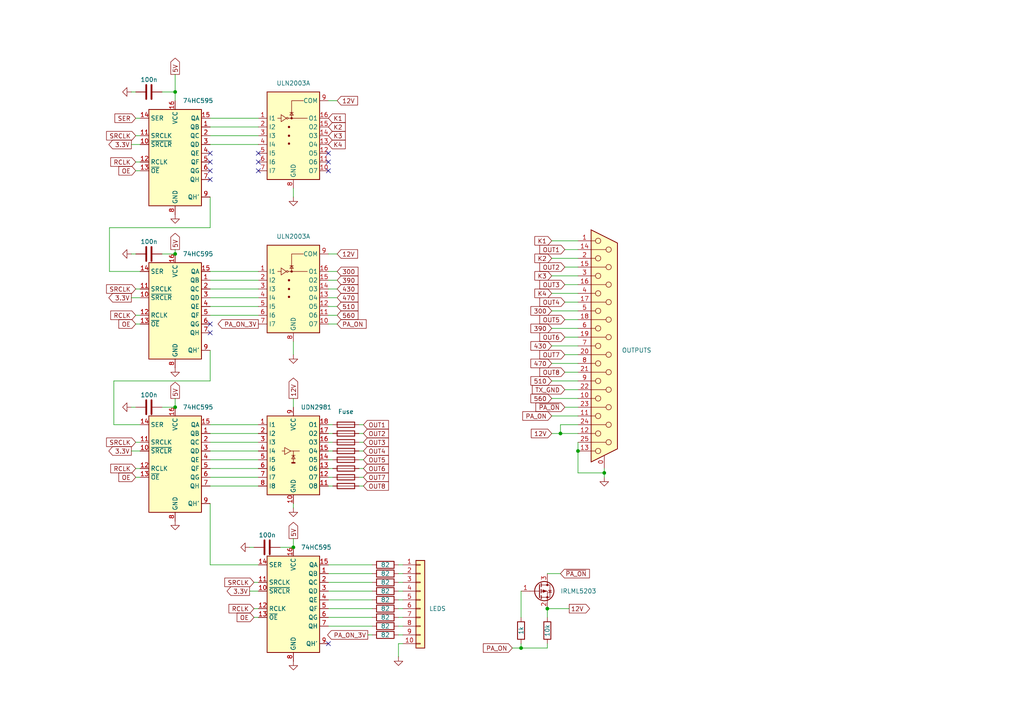
<source format=kicad_sch>
(kicad_sch (version 20250114) (generator "eeschema") (generator_version "9.0")
  (paper "A4")
  (lib_symbols
    (symbol "74xx:74HC595"
      (property "Reference" "U" (at -7.62 13.97 0))
      (property "Value" "74HC595" (at -7.62 -16.51 0))
      (symbol "74HC595_1_0"
        (pin input line (at -10.16 10.16 0) (length 2.54) (name "SER") (number "14"))
        (pin input line (at -10.16 5.08 0) (length 2.54) (name "SRCLK") (number "11"))
        (pin input line (at -10.16 2.54 0) (length 2.54) (name "~{SRCLR}") (number "10"))
        (pin input line (at -10.16 -2.54 0) (length 2.54) (name "RCLK") (number "12"))
        (pin input line (at -10.16 -5.08 0) (length 2.54) (name "~{OE}") (number "13"))
        (pin power_in line (at 0 15.24 270) (length 2.54) (name "VCC") (number "16"))
        (pin power_in line (at 0 -17.78 90) (length 2.54) (name "GND") (number "8"))
        (pin tri_state line (at 10.16 10.16 180) (length 2.54) (name "QA") (number "15"))
        (pin tri_state line (at 10.16 7.62 180) (length 2.54) (name "QB") (number "1"))
        (pin tri_state line (at 10.16 5.08 180) (length 2.54) (name "QC") (number "2"))
        (pin tri_state line (at 10.16 2.54 180) (length 2.54) (name "QD") (number "3"))
        (pin tri_state line (at 10.16 0 180) (length 2.54) (name "QE") (number "4"))
        (pin tri_state line (at 10.16 -2.54 180) (length 2.54) (name "QF") (number "5"))
        (pin tri_state line (at 10.16 -5.08 180) (length 2.54) (name "QG") (number "6"))
        (pin tri_state line (at 10.16 -7.62 180) (length 2.54) (name "QH") (number "7"))
        (pin output line (at 10.16 -12.7 180) (length 2.54) (name "QH'") (number "9"))
      )
      (symbol "74HC595_1_1"
        (rectangle (start -7.62 12.7) (end 7.62 -15.24) (stroke (width 0.254)) (fill (type background)))
      )
    )
    (symbol "Connector:DB25_Socket_MountingHoles" (pin_names (offset 1.016) (hide yes))
      (property "Reference" "J" (at 0 36.83 0))
      (property "Value" "DB25_Socket_MountingHoles" (at 0 34.925 0))
      (symbol "DB25_Socket_MountingHoles_0_1"
        (polyline (pts (xy -3.81 33.655) (xy 3.81 29.845) (xy 3.81 -29.845) (xy -3.81 -33.655) (xy -3.81 33.655)) (stroke (width 0.254)) (fill (type background)))
        (polyline (pts (xy -3.81 30.48) (xy -2.54 30.48)))
        (polyline (pts (xy -3.81 27.94) (xy 0.508 27.94)))
        (polyline (pts (xy -3.81 25.4) (xy -2.54 25.4)))
        (polyline (pts (xy -3.81 22.86) (xy 0.508 22.86)))
        (polyline (pts (xy -3.81 20.32) (xy -2.54 20.32)))
        (polyline (pts (xy -3.81 17.78) (xy 0.508 17.78)))
        (polyline (pts (xy -3.81 15.24) (xy -2.54 15.24)))
        (polyline (pts (xy -3.81 12.7) (xy 0.508 12.7)))
        (polyline (pts (xy -3.81 10.16) (xy -2.54 10.16)))
        (polyline (pts (xy -3.81 7.62) (xy 0.508 7.62)))
        (polyline (pts (xy -3.81 5.08) (xy -2.54 5.08)))
        (polyline (pts (xy -3.81 2.54) (xy 0.508 2.54)))
        (polyline (pts (xy -3.81 0) (xy -2.54 0)))
        (polyline (pts (xy -3.81 -2.54) (xy 0.508 -2.54)))
        (polyline (pts (xy -3.81 -5.08) (xy -2.54 -5.08)))
        (polyline (pts (xy -3.81 -7.62) (xy 0.508 -7.62)))
        (polyline (pts (xy -3.81 -10.16) (xy -2.54 -10.16)))
        (polyline (pts (xy -3.81 -12.7) (xy 0.508 -12.7)))
        (polyline (pts (xy -3.81 -15.24) (xy -2.54 -15.24)))
        (polyline (pts (xy -3.81 -17.78) (xy 0.508 -17.78)))
        (polyline (pts (xy -3.81 -20.32) (xy -2.54 -20.32)))
        (polyline (pts (xy -3.81 -22.86) (xy 0.508 -22.86)))
        (polyline (pts (xy -3.81 -25.4) (xy -2.54 -25.4)))
        (polyline (pts (xy -3.81 -27.94) (xy 0.508 -27.94)))
        (polyline (pts (xy -3.81 -30.48) (xy -2.54 -30.48)))
        (circle (center -1.778 30.48) (radius 0.762))
        (circle (center -1.778 25.4) (radius 0.762))
        (circle (center -1.778 20.32) (radius 0.762))
        (circle (center -1.778 15.24) (radius 0.762))
        (circle (center -1.778 10.16) (radius 0.762))
        (circle (center -1.778 5.08) (radius 0.762))
        (circle (center -1.778 0) (radius 0.762))
        (circle (center -1.778 -5.08) (radius 0.762))
        (circle (center -1.778 -10.16) (radius 0.762))
        (circle (center -1.778 -15.24) (radius 0.762))
        (circle (center -1.778 -20.32) (radius 0.762))
        (circle (center -1.778 -25.4) (radius 0.762))
        (circle (center -1.778 -30.48) (radius 0.762))
        (circle (center 1.27 27.94) (radius 0.762))
        (circle (center 1.27 22.86) (radius 0.762))
        (circle (center 1.27 17.78) (radius 0.762))
        (circle (center 1.27 12.7) (radius 0.762))
        (circle (center 1.27 7.62) (radius 0.762))
        (circle (center 1.27 2.54) (radius 0.762))
        (circle (center 1.27 -2.54) (radius 0.762))
        (circle (center 1.27 -7.62) (radius 0.762))
        (circle (center 1.27 -12.7) (radius 0.762))
        (circle (center 1.27 -17.78) (radius 0.762))
        (circle (center 1.27 -22.86) (radius 0.762))
        (circle (center 1.27 -27.94) (radius 0.762))
      )
      (symbol "DB25_Socket_MountingHoles_1_1"
        (pin passive line (at -7.62 30.48 0) (length 3.81) (name "1") (number "1"))
        (pin passive line (at -7.62 27.94 0) (length 3.81) (name "P14") (number "14"))
        (pin passive line (at -7.62 25.4 0) (length 3.81) (name "2") (number "2"))
        (pin passive line (at -7.62 22.86 0) (length 3.81) (name "P15") (number "15"))
        (pin passive line (at -7.62 20.32 0) (length 3.81) (name "3") (number "3"))
        (pin passive line (at -7.62 17.78 0) (length 3.81) (name "P16") (number "16"))
        (pin passive line (at -7.62 15.24 0) (length 3.81) (name "4") (number "4"))
        (pin passive line (at -7.62 12.7 0) (length 3.81) (name "P17") (number "17"))
        (pin passive line (at -7.62 10.16 0) (length 3.81) (name "5") (number "5"))
        (pin passive line (at -7.62 7.62 0) (length 3.81) (name "P18") (number "18"))
        (pin passive line (at -7.62 5.08 0) (length 3.81) (name "6") (number "6"))
        (pin passive line (at -7.62 2.54 0) (length 3.81) (name "P19") (number "19"))
        (pin passive line (at -7.62 0 0) (length 3.81) (name "7") (number "7"))
        (pin passive line (at -7.62 -2.54 0) (length 3.81) (name "P20") (number "20"))
        (pin passive line (at -7.62 -5.08 0) (length 3.81) (name "8") (number "8"))
        (pin passive line (at -7.62 -7.62 0) (length 3.81) (name "P21") (number "21"))
        (pin passive line (at -7.62 -10.16 0) (length 3.81) (name "9") (number "9"))
        (pin passive line (at -7.62 -12.7 0) (length 3.81) (name "P22") (number "22"))
        (pin passive line (at -7.62 -15.24 0) (length 3.81) (name "10") (number "10"))
        (pin passive line (at -7.62 -17.78 0) (length 3.81) (name "P23") (number "23"))
        (pin passive line (at -7.62 -20.32 0) (length 3.81) (name "11") (number "11"))
        (pin passive line (at -7.62 -22.86 0) (length 3.81) (name "P24") (number "24"))
        (pin passive line (at -7.62 -25.4 0) (length 3.81) (name "12") (number "12"))
        (pin passive line (at -7.62 -27.94 0) (length 3.81) (name "P25") (number "25"))
        (pin passive line (at -7.62 -30.48 0) (length 3.81) (name "13") (number "13"))
        (pin passive line (at 0 -35.56 90) (length 3.81) (name "PAD") (number "0"))
      )
    )
    (symbol "Connector_Generic:Conn_01x10" (pin_names (offset 1.016) (hide yes))
      (property "Reference" "J" (at 0 12.7 0))
      (property "Value" "Conn_01x10" (at 0 -15.24 0))
      (symbol "Conn_01x10_1_1"
        (rectangle (start -1.27 11.43) (end 1.27 -13.97) (stroke (width 0.254)) (fill (type background)))
        (rectangle (start -1.27 10.287) (end 0 10.033) (stroke (width 0.1524)))
        (rectangle (start -1.27 7.747) (end 0 7.493) (stroke (width 0.1524)))
        (rectangle (start -1.27 5.207) (end 0 4.953) (stroke (width 0.1524)))
        (rectangle (start -1.27 2.667) (end 0 2.413) (stroke (width 0.1524)))
        (rectangle (start -1.27 0.127) (end 0 -0.127) (stroke (width 0.1524)))
        (rectangle (start -1.27 -2.413) (end 0 -2.667) (stroke (width 0.1524)))
        (rectangle (start -1.27 -4.953) (end 0 -5.207) (stroke (width 0.1524)))
        (rectangle (start -1.27 -7.493) (end 0 -7.747) (stroke (width 0.1524)))
        (rectangle (start -1.27 -10.033) (end 0 -10.287) (stroke (width 0.1524)))
        (rectangle (start -1.27 -12.573) (end 0 -12.827) (stroke (width 0.1524)))
        (pin passive line (at -5.08 10.16 0) (length 3.81) (name "Pin_1") (number "1"))
        (pin passive line (at -5.08 7.62 0) (length 3.81) (name "Pin_2") (number "2"))
        (pin passive line (at -5.08 5.08 0) (length 3.81) (name "Pin_3") (number "3"))
        (pin passive line (at -5.08 2.54 0) (length 3.81) (name "Pin_4") (number "4"))
        (pin passive line (at -5.08 0 0) (length 3.81) (name "Pin_5") (number "5"))
        (pin passive line (at -5.08 -2.54 0) (length 3.81) (name "Pin_6") (number "6"))
        (pin passive line (at -5.08 -5.08 0) (length 3.81) (name "Pin_7") (number "7"))
        (pin passive line (at -5.08 -7.62 0) (length 3.81) (name "Pin_8") (number "8"))
        (pin passive line (at -5.08 -10.16 0) (length 3.81) (name "Pin_9") (number "9"))
        (pin passive line (at -5.08 -12.7 0) (length 3.81) (name "Pin_10") (number "10"))
      )
    )
    (symbol "Device:C" (pin_numbers (hide yes)) (pin_names (offset 0.254))
      (property "Reference" "C" (at 0.635 2.54 0))
      (property "Value" "C" (at 0.635 -2.54 0))
      (symbol "C_0_1"
        (polyline (pts (xy -2.032 0.762) (xy 2.032 0.762)) (stroke (width 0.508)))
        (polyline (pts (xy -2.032 -0.762) (xy 2.032 -0.762)) (stroke (width 0.508)))
      )
      (symbol "C_1_1"
        (pin passive line (at 0 3.81 270) (length 2.794) (name "~") (number "1"))
        (pin passive line (at 0 -3.81 90) (length 2.794) (name "~") (number "2"))
      )
    )
    (symbol "Device:Fuse" (pin_numbers (hide yes)) (pin_names (offset 0))
      (property "Reference" "F" (at 2.032 0 90))
      (property "Value" "Fuse" (at -1.905 0 90))
      (symbol "Fuse_0_1"
        (rectangle (start -0.762 -2.54) (end 0.762 2.54) (stroke (width 0.254)))
        (polyline (pts (xy 0 2.54) (xy 0 -2.54)))
      )
      (symbol "Fuse_1_1"
        (pin passive line (at 0 3.81 270) (length 1.27) (name "~") (number "1"))
        (pin passive line (at 0 -3.81 90) (length 1.27) (name "~") (number "2"))
      )
    )
    (symbol "Device:R" (pin_numbers (hide yes)) (pin_names (offset 0))
      (property "Reference" "R" (at 2.032 0 90))
      (property "Value" "R" (at 0 0 90))
      (symbol "R_0_1"
        (rectangle (start -1.016 -2.54) (end 1.016 2.54) (stroke (width 0.254)))
      )
      (symbol "R_1_1"
        (pin passive line (at 0 3.81 270) (length 1.27) (name "~") (number "1"))
        (pin passive line (at 0 -3.81 90) (length 1.27) (name "~") (number "2"))
      )
    )
    (symbol "Transistor_Array:TBD62783A"
      (property "Reference" "U" (at -7.62 11.43 0))
      (property "Value" "TBD62783A" (at 1.27 11.43 0))
      (symbol "TBD62783A_0_1"
        (rectangle (start -7.62 10.16) (end 7.62 -12.7) (stroke (width 0.254)) (fill (type background)))
        (polyline (pts (xy -3.302 0) (xy -2.54 0) (xy -2.54 1.016) (xy -0.762 0) (xy -2.54 -1.016) (xy -2.54 0)))
        (polyline (pts (xy -1.778 2.794) (xy -1.778 2.794)) (stroke (width 0.254)))
        (polyline (pts (xy -1.778 2.032) (xy -1.778 2.032)) (stroke (width 0.254)))
        (polyline (pts (xy -1.778 1.27) (xy -1.778 1.27)) (stroke (width 0.254)))
        (polyline (pts (xy -1.778 -1.27) (xy -1.778 -1.27)) (stroke (width 0.254)))
        (polyline (pts (xy -1.778 -2.032) (xy -1.778 -2.032)) (stroke (width 0.254)))
        (polyline (pts (xy -1.778 -2.794) (xy -1.778 -2.794)) (stroke (width 0.254)))
        (polyline (pts (xy -0.762 0) (xy 1.778 0)))
        (polyline (pts (xy -0.508 -1.27) (xy 0.508 -1.27)))
        (rectangle (start -0.508 -3.302) (end 0.508 -3.556) (fill (type outline)))
        (polyline (pts (xy 0 0) (xy 0 0)) (stroke (width 0.508)))
        (polyline (pts (xy 0 0) (xy 0 -3.302)))
        (polyline (pts (xy 0 -1.27) (xy -0.508 -2.286) (xy 0.508 -2.286) (xy 0 -1.27)))
      )
      (symbol "TBD62783A_1_1"
        (pin input line (at -10.16 7.62 0) (length 2.54) (name "I1") (number "1"))
        (pin input line (at -10.16 5.08 0) (length 2.54) (name "I2") (number "2"))
        (pin input line (at -10.16 2.54 0) (length 2.54) (name "I3") (number "3"))
        (pin input line (at -10.16 0 0) (length 2.54) (name "I4") (number "4"))
        (pin input line (at -10.16 -2.54 0) (length 2.54) (name "I5") (number "5"))
        (pin input line (at -10.16 -5.08 0) (length 2.54) (name "I6") (number "6"))
        (pin input line (at -10.16 -7.62 0) (length 2.54) (name "I7") (number "7"))
        (pin input line (at -10.16 -10.16 0) (length 2.54) (name "I8") (number "8"))
        (pin power_in line (at 0 12.7 270) (length 2.54) (name "VCC") (number "9"))
        (pin power_in line (at 0 -15.24 90) (length 2.54) (name "GND") (number "10"))
        (pin open_emitter line (at 10.16 7.62 180) (length 2.54) (name "O1") (number "18"))
        (pin open_emitter line (at 10.16 5.08 180) (length 2.54) (name "O2") (number "17"))
        (pin open_emitter line (at 10.16 2.54 180) (length 2.54) (name "O3") (number "16"))
        (pin open_emitter line (at 10.16 0 180) (length 2.54) (name "O4") (number "15"))
        (pin open_emitter line (at 10.16 -2.54 180) (length 2.54) (name "O5") (number "14"))
        (pin open_emitter line (at 10.16 -5.08 180) (length 2.54) (name "O6") (number "13"))
        (pin open_emitter line (at 10.16 -7.62 180) (length 2.54) (name "O7") (number "12"))
        (pin open_emitter line (at 10.16 -10.16 180) (length 2.54) (name "O8") (number "11"))
      )
    )
    (symbol "Transistor_Array:ULN2003A"
      (property "Reference" "U" (at 0 15.875 0))
      (property "Value" "ULN2003A" (at 0 13.97 0))
      (symbol "ULN2003A_0_1"
        (rectangle (start -7.62 -12.7) (end 7.62 12.7) (stroke (width 0.254)) (fill (type background)))
        (polyline (pts (xy -4.572 5.08) (xy -3.556 5.08)))
        (polyline (pts (xy -3.556 6.096) (xy -3.556 4.064) (xy -2.032 5.08) (xy -3.556 6.096)))
        (circle (center -1.778 5.08) (radius 0.254))
        (polyline (pts (xy -1.524 5.08) (xy 4.064 5.08)))
        (circle (center -1.27 2.54) (radius 0.254) (fill (type outline)))
        (circle (center -1.27 0) (radius 0.254) (fill (type outline)))
        (circle (center -1.27 -2.286) (radius 0.254) (fill (type outline)))
        (circle (center -0.508 5.08) (radius 0.254) (fill (type outline)))
        (polyline (pts (xy -0.508 5.08) (xy -0.508 10.16) (xy 2.921 10.16)))
        (polyline (pts (xy 0 6.731) (xy -1.016 6.731)))
        (polyline (pts (xy 0 5.969) (xy -1.016 5.969) (xy -0.508 6.731) (xy 0 5.969)))
      )
      (symbol "ULN2003A_1_1"
        (pin input line (at -10.16 5.08 0) (length 2.54) (name "I1") (number "1"))
        (pin input line (at -10.16 2.54 0) (length 2.54) (name "I2") (number "2"))
        (pin input line (at -10.16 0 0) (length 2.54) (name "I3") (number "3"))
        (pin input line (at -10.16 -2.54 0) (length 2.54) (name "I4") (number "4"))
        (pin input line (at -10.16 -5.08 0) (length 2.54) (name "I5") (number "5"))
        (pin input line (at -10.16 -7.62 0) (length 2.54) (name "I6") (number "6"))
        (pin input line (at -10.16 -10.16 0) (length 2.54) (name "I7") (number "7"))
        (pin power_in line (at 0 -15.24 90) (length 2.54) (name "GND") (number "8"))
        (pin passive line (at 10.16 10.16 180) (length 2.54) (name "COM") (number "9"))
        (pin open_collector line (at 10.16 5.08 180) (length 2.54) (name "O1") (number "16"))
        (pin open_collector line (at 10.16 2.54 180) (length 2.54) (name "O2") (number "15"))
        (pin open_collector line (at 10.16 0 180) (length 2.54) (name "O3") (number "14"))
        (pin open_collector line (at 10.16 -2.54 180) (length 2.54) (name "O4") (number "13"))
        (pin open_collector line (at 10.16 -5.08 180) (length 2.54) (name "O5") (number "12"))
        (pin open_collector line (at 10.16 -7.62 180) (length 2.54) (name "O6") (number "11"))
        (pin open_collector line (at 10.16 -10.16 180) (length 2.54) (name "O7") (number "10"))
      )
    )
    (symbol "Transistor_FET:IRLML5203" (pin_names (hide yes))
      (property "Reference" "Q" (at 5.08 1.905 0))
      (property "Value" "IRLML5203" (at 5.08 0 0))
      (symbol "IRLML5203_0_1"
        (polyline (pts (xy 0.254 1.905) (xy 0.254 -1.905)) (stroke (width 0.254)))
        (polyline (pts (xy 0.254 0) (xy -2.54 0)))
        (polyline (pts (xy 0.762 2.286) (xy 0.762 1.27)) (stroke (width 0.254)))
        (polyline (pts (xy 0.762 1.778) (xy 3.302 1.778) (xy 3.302 -1.778) (xy 0.762 -1.778)))
        (polyline (pts (xy 0.762 0.508) (xy 0.762 -0.508)) (stroke (width 0.254)))
        (polyline (pts (xy 0.762 -1.27) (xy 0.762 -2.286)) (stroke (width 0.254)))
        (circle (center 1.651 0) (radius 2.794) (stroke (width 0.254)))
        (polyline (pts (xy 2.286 0) (xy 1.27 0.381) (xy 1.27 -0.381) (xy 2.286 0)) (fill (type outline)))
        (polyline (pts (xy 2.54 2.54) (xy 2.54 1.778)))
        (circle (center 2.54 1.778) (radius 0.254) (fill (type outline)))
        (circle (center 2.54 -1.778) (radius 0.254) (fill (type outline)))
        (polyline (pts (xy 2.54 -2.54) (xy 2.54 0) (xy 0.762 0)))
        (polyline (pts (xy 2.794 -0.508) (xy 2.921 -0.381) (xy 3.683 -0.381) (xy 3.81 -0.254)))
        (polyline (pts (xy 3.302 -0.381) (xy 2.921 0.254) (xy 3.683 0.254) (xy 3.302 -0.381)))
      )
      (symbol "IRLML5203_1_1"
        (pin input line (at -5.08 0 0) (length 2.54) (name "G") (number "1"))
        (pin passive line (at 2.54 5.08 270) (length 2.54) (name "D") (number "3"))
        (pin passive line (at 2.54 -5.08 90) (length 2.54) (name "S") (number "2"))
      )
    )
    (symbol "power:GND" (power) (pin_numbers (hide yes)) (pin_names (offset 0) (hide yes))
      (property "Value" "GND" (at 0 -3.81 0))
      (symbol "GND_0_1"
        (polyline (pts (xy 0 0) (xy 0 -1.27) (xy 1.27 -1.27) (xy 0 -2.54) (xy -1.27 -1.27) (xy 0 -1.27)))
      )
      (symbol "GND_1_1"
        (pin power_in line (at 0 0 270) (length 0) (name "~") (number "1"))
      )
    )
  )
  (junction (at 50.8 118.11))
  (junction (at 50.8 73.66))
  (junction (at 158.75 176.53))
  (junction (at 167.64 130.81))
  (junction (at 50.8 26.67))
  (junction (at 85.09 158.75))
  (junction (at 151.13 187.96))
  (junction (at 162.56 125.73))
  (junction (at 175.26 137.16))
  (no_connect (at 95.25 44.45))
  (no_connect (at 60.96 93.98))
  (no_connect (at 74.93 46.99))
  (no_connect (at 95.25 49.53))
  (no_connect (at 95.25 46.99))
  (no_connect (at 74.93 49.53))
  (no_connect (at 60.96 96.52))
  (no_connect (at 60.96 46.99))
  (no_connect (at 95.25 186.69))
  (no_connect (at 60.96 52.07))
  (no_connect (at 74.93 44.45))
  (no_connect (at 60.96 49.53))
  (no_connect (at 60.96 44.45))
  (wire (pts (xy 95.25 81.28) (xy 97.79 81.28)))
  (wire (pts (xy 60.96 123.19) (xy 74.93 123.19)))
  (wire (pts (xy 115.57 179.07) (xy 116.84 179.07)))
  (wire (pts (xy 60.96 41.91) (xy 74.93 41.91)))
  (wire (pts (xy 73.66 179.07) (xy 74.93 179.07)))
  (wire (pts (xy 158.75 166.37) (xy 162.56 166.37)))
  (wire (pts (xy 162.56 125.73) (xy 167.64 125.73)))
  (wire (pts (xy 115.57 166.37) (xy 116.84 166.37)))
  (wire (pts (xy 60.96 146.05) (xy 60.96 163.83)))
  (wire (pts (xy 38.1 26.67) (xy 39.37 26.67)))
  (wire (pts (xy 46.99 73.66) (xy 50.8 73.66)))
  (wire (pts (xy 46.99 118.11) (xy 50.8 118.11)))
  (wire (pts (xy 158.75 176.53) (xy 158.75 179.07)))
  (wire (pts (xy 151.13 179.07) (xy 151.13 171.45)))
  (wire (pts (xy 38.1 73.66) (xy 39.37 73.66)))
  (wire (pts (xy 115.57 168.91) (xy 116.84 168.91)))
  (wire (pts (xy 115.57 171.45) (xy 116.84 171.45)))
  (wire (pts (xy 60.96 135.89) (xy 74.93 135.89)))
  (wire (pts (xy 60.96 78.74) (xy 74.93 78.74)))
  (wire (pts (xy 104.14 125.73) (xy 105.41 125.73)))
  (wire (pts (xy 38.1 41.91) (xy 40.64 41.91)))
  (wire (pts (xy 95.25 93.98) (xy 97.79 93.98)))
  (wire (pts (xy 60.96 125.73) (xy 74.93 125.73)))
  (wire (pts (xy 60.96 138.43) (xy 74.93 138.43)))
  (wire (pts (xy 40.64 91.44) (xy 39.37 91.44)))
  (wire (pts (xy 104.14 130.81) (xy 105.41 130.81)))
  (wire (pts (xy 95.25 91.44) (xy 97.79 91.44)))
  (wire (pts (xy 163.83 92.71) (xy 167.64 92.71)))
  (wire (pts (xy 38.1 86.36) (xy 40.64 86.36)))
  (wire (pts (xy 104.14 128.27) (xy 105.41 128.27)))
  (wire (pts (xy 163.83 82.55) (xy 167.64 82.55)))
  (wire (pts (xy 50.8 26.67) (xy 50.8 29.21)))
  (wire (pts (xy 50.8 115.57) (xy 50.8 118.11)))
  (wire (pts (xy 116.84 186.69) (xy 115.57 186.69)))
  (wire (pts (xy 60.96 128.27) (xy 74.93 128.27)))
  (wire (pts (xy 60.96 86.36) (xy 74.93 86.36)))
  (wire (pts (xy 60.96 133.35) (xy 74.93 133.35)))
  (wire (pts (xy 85.09 146.05) (xy 85.09 147.32)))
  (wire (pts (xy 38.1 118.11) (xy 39.37 118.11)))
  (wire (pts (xy 104.14 140.97) (xy 105.41 140.97)))
  (wire (pts (xy 167.64 123.19) (xy 162.56 123.19)))
  (wire (pts (xy 95.25 123.19) (xy 96.52 123.19)))
  (wire (pts (xy 160.02 125.73) (xy 162.56 125.73)))
  (wire (pts (xy 115.57 163.83) (xy 116.84 163.83)))
  (wire (pts (xy 72.39 171.45) (xy 74.93 171.45)))
  (wire (pts (xy 39.37 46.99) (xy 40.64 46.99)))
  (wire (pts (xy 40.64 83.82) (xy 39.37 83.82)))
  (wire (pts (xy 163.83 113.03) (xy 167.64 113.03)))
  (wire (pts (xy 104.14 133.35) (xy 105.41 133.35)))
  (wire (pts (xy 60.96 163.83) (xy 74.93 163.83)))
  (wire (pts (xy 95.25 78.74) (xy 97.79 78.74)))
  (wire (pts (xy 95.25 179.07) (xy 107.95 179.07)))
  (wire (pts (xy 39.37 128.27) (xy 40.64 128.27)))
  (wire (pts (xy 95.25 173.99) (xy 107.95 173.99)))
  (wire (pts (xy 33.02 110.49) (xy 33.02 123.19)))
  (wire (pts (xy 33.02 123.19) (xy 40.64 123.19)))
  (wire (pts (xy 162.56 123.19) (xy 162.56 125.73)))
  (wire (pts (xy 60.96 140.97) (xy 74.93 140.97)))
  (wire (pts (xy 167.64 128.27) (xy 167.64 130.81)))
  (wire (pts (xy 160.02 115.57) (xy 167.64 115.57)))
  (wire (pts (xy 60.96 34.29) (xy 74.93 34.29)))
  (wire (pts (xy 60.96 110.49) (xy 33.02 110.49)))
  (wire (pts (xy 39.37 135.89) (xy 40.64 135.89)))
  (wire (pts (xy 31.75 78.74) (xy 40.64 78.74)))
  (wire (pts (xy 81.28 158.75) (xy 85.09 158.75)))
  (wire (pts (xy 39.37 138.43) (xy 40.64 138.43)))
  (wire (pts (xy 39.37 39.37) (xy 40.64 39.37)))
  (wire (pts (xy 95.25 88.9) (xy 97.79 88.9)))
  (wire (pts (xy 95.25 73.66) (xy 97.79 73.66)))
  (wire (pts (xy 106.68 184.15) (xy 107.95 184.15)))
  (wire (pts (xy 85.09 54.61) (xy 85.09 57.15)))
  (wire (pts (xy 158.75 187.96) (xy 158.75 186.69)))
  (wire (pts (xy 39.37 34.29) (xy 40.64 34.29)))
  (wire (pts (xy 115.57 186.69) (xy 115.57 190.5)))
  (wire (pts (xy 95.25 135.89) (xy 96.52 135.89)))
  (wire (pts (xy 160.02 105.41) (xy 167.64 105.41)))
  (wire (pts (xy 95.25 130.81) (xy 96.52 130.81)))
  (wire (pts (xy 104.14 138.43) (xy 105.41 138.43)))
  (wire (pts (xy 60.96 83.82) (xy 74.93 83.82)))
  (wire (pts (xy 160.02 85.09) (xy 167.64 85.09)))
  (wire (pts (xy 160.02 100.33) (xy 167.64 100.33)))
  (wire (pts (xy 95.25 83.82) (xy 97.79 83.82)))
  (wire (pts (xy 163.83 87.63) (xy 167.64 87.63)))
  (wire (pts (xy 163.83 118.11) (xy 167.64 118.11)))
  (wire (pts (xy 115.57 176.53) (xy 116.84 176.53)))
  (wire (pts (xy 151.13 186.69) (xy 151.13 187.96)))
  (wire (pts (xy 60.96 66.04) (xy 31.75 66.04)))
  (wire (pts (xy 95.25 125.73) (xy 96.52 125.73)))
  (wire (pts (xy 175.26 137.16) (xy 175.26 138.43)))
  (wire (pts (xy 163.83 107.95) (xy 167.64 107.95)))
  (wire (pts (xy 163.83 77.47) (xy 167.64 77.47)))
  (wire (pts (xy 175.26 135.89) (xy 175.26 137.16)))
  (wire (pts (xy 148.59 187.96) (xy 151.13 187.96)))
  (wire (pts (xy 160.02 69.85) (xy 167.64 69.85)))
  (wire (pts (xy 60.96 57.15) (xy 60.96 66.04)))
  (wire (pts (xy 167.64 137.16) (xy 175.26 137.16)))
  (wire (pts (xy 60.96 91.44) (xy 74.93 91.44)))
  (wire (pts (xy 60.96 130.81) (xy 74.93 130.81)))
  (wire (pts (xy 60.96 88.9) (xy 74.93 88.9)))
  (wire (pts (xy 31.75 66.04) (xy 31.75 78.74)))
  (wire (pts (xy 72.39 158.75) (xy 73.66 158.75)))
  (wire (pts (xy 151.13 187.96) (xy 158.75 187.96)))
  (wire (pts (xy 163.83 102.87) (xy 167.64 102.87)))
  (wire (pts (xy 160.02 120.65) (xy 167.64 120.65)))
  (wire (pts (xy 95.25 171.45) (xy 107.95 171.45)))
  (wire (pts (xy 40.64 93.98) (xy 39.37 93.98)))
  (wire (pts (xy 160.02 110.49) (xy 167.64 110.49)))
  (wire (pts (xy 95.25 29.21) (xy 97.79 29.21)))
  (wire (pts (xy 95.25 166.37) (xy 107.95 166.37)))
  (wire (pts (xy 50.8 21.59) (xy 50.8 26.67)))
  (wire (pts (xy 115.57 184.15) (xy 116.84 184.15)))
  (wire (pts (xy 95.25 181.61) (xy 107.95 181.61)))
  (wire (pts (xy 60.96 81.28) (xy 74.93 81.28)))
  (wire (pts (xy 115.57 173.99) (xy 116.84 173.99)))
  (wire (pts (xy 73.66 176.53) (xy 74.93 176.53)))
  (wire (pts (xy 38.1 130.81) (xy 40.64 130.81)))
  (wire (pts (xy 104.14 123.19) (xy 105.41 123.19)))
  (wire (pts (xy 50.8 72.39) (xy 50.8 73.66)))
  (wire (pts (xy 39.37 49.53) (xy 40.64 49.53)))
  (wire (pts (xy 163.83 72.39) (xy 167.64 72.39)))
  (wire (pts (xy 95.25 176.53) (xy 107.95 176.53)))
  (wire (pts (xy 160.02 80.01) (xy 167.64 80.01)))
  (wire (pts (xy 73.66 168.91) (xy 74.93 168.91)))
  (wire (pts (xy 104.14 135.89) (xy 105.41 135.89)))
  (wire (pts (xy 160.02 90.17) (xy 167.64 90.17)))
  (wire (pts (xy 163.83 97.79) (xy 167.64 97.79)))
  (wire (pts (xy 160.02 74.93) (xy 167.64 74.93)))
  (wire (pts (xy 115.57 181.61) (xy 116.84 181.61)))
  (wire (pts (xy 85.09 156.21) (xy 85.09 158.75)))
  (wire (pts (xy 158.75 176.53) (xy 165.1 176.53)))
  (wire (pts (xy 160.02 95.25) (xy 167.64 95.25)))
  (wire (pts (xy 95.25 138.43) (xy 96.52 138.43)))
  (wire (pts (xy 85.09 115.57) (xy 85.09 118.11)))
  (wire (pts (xy 95.25 168.91) (xy 107.95 168.91)))
  (wire (pts (xy 60.96 101.6) (xy 60.96 110.49)))
  (wire (pts (xy 85.09 99.06) (xy 85.09 102.87)))
  (wire (pts (xy 95.25 163.83) (xy 107.95 163.83)))
  (wire (pts (xy 167.64 130.81) (xy 167.64 137.16)))
  (wire (pts (xy 60.96 36.83) (xy 74.93 36.83)))
  (wire (pts (xy 46.99 26.67) (xy 50.8 26.67)))
  (wire (pts (xy 95.25 140.97) (xy 96.52 140.97)))
  (wire (pts (xy 60.96 39.37) (xy 74.93 39.37)))
  (wire (pts (xy 95.25 128.27) (xy 96.52 128.27)))
  (wire (pts (xy 95.25 133.35) (xy 96.52 133.35)))
  (wire (pts (xy 95.25 86.36) (xy 97.79 86.36)))
  (global_label "~{PA_ON}" (shape input) (at 162.56 166.37 0) (property "Intersheetrefs" "${INTERSHEET_REFS}" (effects (hide yes))))
  (global_label "OUT2" (shape input) (at 163.83 77.47 180) (property "Intersheetrefs" "${INTERSHEET_REFS}" (effects (hide yes))))
  (global_label "K1" (shape input) (at 160.02 69.85 180) (property "Intersheetrefs" "${INTERSHEET_REFS}" (effects (hide yes))))
  (global_label "OUT1" (shape input) (at 163.83 72.39 180) (property "Intersheetrefs" "${INTERSHEET_REFS}" (effects (hide yes))))
  (global_label "430" (shape input) (at 160.02 100.33 180) (property "Intersheetrefs" "${INTERSHEET_REFS}" (effects (hide yes))))
  (global_label "PA_ON" (shape input) (at 97.79 93.98 0) (property "Intersheetrefs" "${INTERSHEET_REFS}" (effects (hide yes))))
  (global_label "OUT3" (shape input) (at 105.41 128.27 0) (property "Intersheetrefs" "${INTERSHEET_REFS}" (effects (hide yes))))
  (global_label "K4" (shape input) (at 160.02 85.09 180) (property "Intersheetrefs" "${INTERSHEET_REFS}" (effects (hide yes))))
  (global_label "12V" (shape output) (at 85.09 115.57 90) (property "Intersheetrefs" "${INTERSHEET_REFS}" (effects (hide yes))))
  (global_label "SRCLK" (shape input) (at 39.37 83.82 180) (property "Intersheetrefs" "${INTERSHEET_REFS}" (effects (hide yes))))
  (global_label "PA_ON_3V" (shape output) (at 106.68 184.15 180) (property "Intersheetrefs" "${INTERSHEET_REFS}" (effects (hide yes))))
  (global_label "12V" (shape input) (at 97.79 29.21 0) (property "Intersheetrefs" "${INTERSHEET_REFS}" (effects (hide yes))))
  (global_label "RCLK" (shape input) (at 39.37 46.99 180) (property "Intersheetrefs" "${INTERSHEET_REFS}" (effects (hide yes))))
  (global_label "K2" (shape input) (at 160.02 74.93 180) (property "Intersheetrefs" "${INTERSHEET_REFS}" (effects (hide yes))))
  (global_label "OE" (shape input) (at 73.66 179.07 180) (property "Intersheetrefs" "${INTERSHEET_REFS}" (effects (hide yes))))
  (global_label "390" (shape input) (at 97.79 81.28 0) (property "Intersheetrefs" "${INTERSHEET_REFS}" (effects (hide yes))))
  (global_label "OUT8" (shape input) (at 163.83 107.95 180) (property "Intersheetrefs" "${INTERSHEET_REFS}" (effects (hide yes))))
  (global_label "~{PA_ON}" (shape input) (at 163.83 118.11 180) (property "Intersheetrefs" "${INTERSHEET_REFS}" (effects (hide yes))))
  (global_label "OUT4" (shape input) (at 163.83 87.63 180) (property "Intersheetrefs" "${INTERSHEET_REFS}" (effects (hide yes))))
  (global_label "430" (shape input) (at 97.79 83.82 0) (property "Intersheetrefs" "${INTERSHEET_REFS}" (effects (hide yes))))
  (global_label "K1" (shape input) (at 95.25 34.29 0) (property "Intersheetrefs" "${INTERSHEET_REFS}" (effects (hide yes))))
  (global_label "5V" (shape output) (at 50.8 21.59 90) (property "Intersheetrefs" "${INTERSHEET_REFS}" (effects (hide yes))))
  (global_label "3.3V" (shape output) (at 72.39 171.45 180) (property "Intersheetrefs" "${INTERSHEET_REFS}" (effects (hide yes))))
  (global_label "5V" (shape output) (at 50.8 115.57 90) (property "Intersheetrefs" "${INTERSHEET_REFS}" (effects (hide yes))))
  (global_label "12V" (shape input) (at 97.79 73.66 0) (property "Intersheetrefs" "${INTERSHEET_REFS}" (effects (hide yes))))
  (global_label "5V" (shape output) (at 85.09 156.21 90) (property "Intersheetrefs" "${INTERSHEET_REFS}" (effects (hide yes))))
  (global_label "OUT5" (shape input) (at 105.41 133.35 0) (property "Intersheetrefs" "${INTERSHEET_REFS}" (effects (hide yes))))
  (global_label "OUT6" (shape input) (at 105.41 135.89 0) (property "Intersheetrefs" "${INTERSHEET_REFS}" (effects (hide yes))))
  (global_label "K3" (shape input) (at 95.25 39.37 0) (property "Intersheetrefs" "${INTERSHEET_REFS}" (effects (hide yes))))
  (global_label "12V" (shape input) (at 160.02 125.73 180) (property "Intersheetrefs" "${INTERSHEET_REFS}" (effects (hide yes))))
  (global_label "3.3V" (shape output) (at 38.1 86.36 180) (property "Intersheetrefs" "${INTERSHEET_REFS}" (effects (hide yes))))
  (global_label "470" (shape input) (at 97.79 86.36 0) (property "Intersheetrefs" "${INTERSHEET_REFS}" (effects (hide yes))))
  (global_label "TX_GND" (shape input) (at 163.83 113.03 180) (property "Intersheetrefs" "${INTERSHEET_REFS}" (effects (hide yes))))
  (global_label "RCLK" (shape input) (at 39.37 91.44 180) (property "Intersheetrefs" "${INTERSHEET_REFS}" (effects (hide yes))))
  (global_label "K2" (shape input) (at 95.25 36.83 0) (property "Intersheetrefs" "${INTERSHEET_REFS}" (effects (hide yes))))
  (global_label "560" (shape input) (at 160.02 115.57 180) (property "Intersheetrefs" "${INTERSHEET_REFS}" (effects (hide yes))))
  (global_label "300" (shape input) (at 160.02 90.17 180) (property "Intersheetrefs" "${INTERSHEET_REFS}" (effects (hide yes))))
  (global_label "K3" (shape input) (at 160.02 80.01 180) (property "Intersheetrefs" "${INTERSHEET_REFS}" (effects (hide yes))))
  (global_label "OE" (shape input) (at 39.37 138.43 180) (property "Intersheetrefs" "${INTERSHEET_REFS}" (effects (hide yes))))
  (global_label "SRCLK" (shape input) (at 39.37 39.37 180) (property "Intersheetrefs" "${INTERSHEET_REFS}" (effects (hide yes))))
  (global_label "OUT5" (shape input) (at 163.83 92.71 180) (property "Intersheetrefs" "${INTERSHEET_REFS}" (effects (hide yes))))
  (global_label "OUT7" (shape input) (at 163.83 102.87 180) (property "Intersheetrefs" "${INTERSHEET_REFS}" (effects (hide yes))))
  (global_label "470" (shape input) (at 160.02 105.41 180) (property "Intersheetrefs" "${INTERSHEET_REFS}" (effects (hide yes))))
  (global_label "SER" (shape input) (at 39.37 34.29 180) (property "Intersheetrefs" "${INTERSHEET_REFS}" (effects (hide yes))))
  (global_label "RCLK" (shape input) (at 39.37 135.89 180) (property "Intersheetrefs" "${INTERSHEET_REFS}" (effects (hide yes))))
  (global_label "OUT7" (shape input) (at 105.41 138.43 0) (property "Intersheetrefs" "${INTERSHEET_REFS}" (effects (hide yes))))
  (global_label "560" (shape input) (at 97.79 91.44 0) (property "Intersheetrefs" "${INTERSHEET_REFS}" (effects (hide yes))))
  (global_label "OE" (shape input) (at 39.37 49.53 180) (property "Intersheetrefs" "${INTERSHEET_REFS}" (effects (hide yes))))
  (global_label "PA_ON_3V" (shape output) (at 74.93 93.98 180) (property "Intersheetrefs" "${INTERSHEET_REFS}" (effects (hide yes))))
  (global_label "OUT6" (shape input) (at 163.83 97.79 180) (property "Intersheetrefs" "${INTERSHEET_REFS}" (effects (hide yes))))
  (global_label "SRCLK" (shape input) (at 39.37 128.27 180) (property "Intersheetrefs" "${INTERSHEET_REFS}" (effects (hide yes))))
  (global_label "OUT4" (shape input) (at 105.41 130.81 0) (property "Intersheetrefs" "${INTERSHEET_REFS}" (effects (hide yes))))
  (global_label "390" (shape input) (at 160.02 95.25 180) (property "Intersheetrefs" "${INTERSHEET_REFS}" (effects (hide yes))))
  (global_label "OUT2" (shape input) (at 105.41 125.73 0) (property "Intersheetrefs" "${INTERSHEET_REFS}" (effects (hide yes))))
  (global_label "300" (shape input) (at 97.79 78.74 0) (property "Intersheetrefs" "${INTERSHEET_REFS}" (effects (hide yes))))
  (global_label "OUT3" (shape input) (at 163.83 82.55 180) (property "Intersheetrefs" "${INTERSHEET_REFS}" (effects (hide yes))))
  (global_label "PA_ON" (shape input) (at 160.02 120.65 180) (property "Intersheetrefs" "${INTERSHEET_REFS}" (effects (hide yes))))
  (global_label "OUT1" (shape input) (at 105.41 123.19 0) (property "Intersheetrefs" "${INTERSHEET_REFS}" (effects (hide yes))))
  (global_label "OE" (shape input) (at 39.37 93.98 180) (property "Intersheetrefs" "${INTERSHEET_REFS}" (effects (hide yes))))
  (global_label "PA_ON" (shape input) (at 148.59 187.96 180) (property "Intersheetrefs" "${INTERSHEET_REFS}" (effects (hide yes))))
  (global_label "K4" (shape input) (at 95.25 41.91 0) (property "Intersheetrefs" "${INTERSHEET_REFS}" (effects (hide yes))))
  (global_label "5V" (shape output) (at 50.8 72.39 90) (property "Intersheetrefs" "${INTERSHEET_REFS}" (effects (hide yes))))
  (global_label "3.3V" (shape output) (at 38.1 130.81 180) (property "Intersheetrefs" "${INTERSHEET_REFS}" (effects (hide yes))))
  (global_label "12V" (shape output) (at 165.1 176.53 0) (property "Intersheetrefs" "${INTERSHEET_REFS}" (effects (hide yes))))
  (global_label "SRCLK" (shape input) (at 73.66 168.91 180) (property "Intersheetrefs" "${INTERSHEET_REFS}" (effects (hide yes))))
  (global_label "OUT8" (shape input) (at 105.41 140.97 0) (property "Intersheetrefs" "${INTERSHEET_REFS}" (effects (hide yes))))
  (global_label "510" (shape input) (at 97.79 88.9 0) (property "Intersheetrefs" "${INTERSHEET_REFS}" (effects (hide yes))))
  (global_label "3.3V" (shape output) (at 38.1 41.91 180) (property "Intersheetrefs" "${INTERSHEET_REFS}" (effects (hide yes))))
  (global_label "RCLK" (shape input) (at 73.66 176.53 180) (property "Intersheetrefs" "${INTERSHEET_REFS}" (effects (hide yes))))
  (global_label "510" (shape input) (at 160.02 110.49 180) (property "Intersheetrefs" "${INTERSHEET_REFS}" (effects (hide yes))))
  (symbol (lib_id "power:GND") (at 85.09 102.87 0) (unit 1)
    (property "Reference" "#PWR047" (effects (hide yes)))
    (property "Value" "GND" (effects (hide yes)))
    (property "Description" "Power symbol creates a global label with name \"GND\" , ground" (effects (hide yes)))
  )
  (symbol (lib_id "Device:R") (at 111.76 168.91 270) (unit 1)
    (property "Reference" "R24" (effects (hide yes)))
    (property "Value" "82" (at 111.76 168.91 90))
    (property "Footprint" "Resistor_SMD:R_1206_3216Metric" (effects (hide yes)))
    (property "Description" "Resistor" (effects (hide yes)))
  )
  (symbol (lib_id "power:GND") (at 38.1 118.11 270) (unit 1)
    (property "Reference" "#PWR041" (effects (hide yes)))
    (property "Value" "GND" (effects (hide yes)))
    (property "Description" "Power symbol creates a global label with name \"GND\" , ground" (effects (hide yes)))
  )
  (symbol (lib_id "Device:Fuse") (at 100.33 130.81 90) (unit 1)
    (property "Reference" "F4" (effects (hide yes)))
    (property "Value" "Fuse" (effects (hide yes)))
    (property "Footprint" "Resistor_SMD:R_1206_3216Metric" (effects (hide yes)))
    (property "Description" "Fuse" (effects (hide yes)))
  )
  (symbol (lib_id "power:GND") (at 115.57 190.5 0) (unit 1)
    (property "Reference" "#PWR050" (effects (hide yes)))
    (property "Value" "GND" (effects (hide yes)))
    (property "Description" "Power symbol creates a global label with name \"GND\" , ground" (effects (hide yes)))
  )
  (symbol (lib_id "Device:Fuse") (at 100.33 138.43 90) (unit 1)
    (property "Reference" "F7" (effects (hide yes)))
    (property "Value" "Fuse" (effects (hide yes)))
    (property "Footprint" "Resistor_SMD:R_1206_3216Metric" (effects (hide yes)))
    (property "Description" "Fuse" (effects (hide yes)))
  )
  (symbol (lib_id "Device:C") (at 43.18 26.67 90) (unit 1)
    (property "Reference" "C28" (effects (hide yes)))
    (property "Value" "100n" (at 45.72 23.114 90) (effects (justify left)))
    (property "Footprint" "Capacitor_SMD:C_1206_3216Metric" (effects (hide yes)))
    (property "Description" "Unpolarized capacitor" (effects (hide yes)))
  )
  (symbol (lib_id "Transistor_Array:ULN2003A") (at 85.09 39.37 0) (unit 1)
    (property "Reference" "U8" (effects (hide yes)))
    (property "Value" "ULN2003A" (at 85.09 24.13 0))
    (property "Footprint" "Package_SO:SOIC-16_3.9x9.9mm_P1.27mm" (effects (hide yes)))
    (property "Datasheet" "http://www.ti.com/lit/ds/symlink/uln2003a.pdf" (effects (hide yes)))
    (property "Description" "High Voltage, High Current Darlington Transistor Arrays, SOIC16/SOIC16W/DIP16/TSSOP16" (effects (hide yes)))
  )
  (symbol (lib_id "Device:Fuse") (at 100.33 125.73 90) (unit 1)
    (property "Reference" "F2" (effects (hide yes)))
    (property "Value" "Fuse" (effects (hide yes)))
    (property "Footprint" "Resistor_SMD:R_1206_3216Metric" (effects (hide yes)))
    (property "Description" "Fuse" (effects (hide yes)))
  )
  (symbol (lib_id "power:GND") (at 50.8 106.68 0) (unit 1)
    (property "Reference" "#PWR043" (effects (hide yes)))
    (property "Value" "GND" (effects (hide yes)))
    (property "Description" "Power symbol creates a global label with name \"GND\" , ground" (effects (hide yes)))
  )
  (symbol (lib_id "power:GND") (at 175.26 138.43 0) (unit 1)
    (property "Reference" "#PWR051" (effects (hide yes)))
    (property "Value" "GND" (effects (hide yes)))
    (property "Description" "Power symbol creates a global label with name \"GND\" , ground" (effects (hide yes)))
  )
  (symbol (lib_id "74xx:74HC595") (at 50.8 88.9 0) (unit 1)
    (property "Reference" "U6" (effects (hide yes)))
    (property "Value" "74HC595" (at 52.9941 73.66 0) (effects (justify left)))
    (property "Footprint" "Package_SO:SOIC-16_3.9x9.9mm_P1.27mm" (effects (hide yes)))
    (property "Datasheet" "http://www.ti.com/lit/ds/symlink/sn74hc595.pdf" (effects (hide yes)))
    (property "Description" "8-bit serial in/out Shift Register 3-State Outputs" (effects (hide yes)))
  )
  (symbol (lib_id "Device:C") (at 43.18 73.66 90) (unit 1)
    (property "Reference" "C29" (effects (hide yes)))
    (property "Value" "100n" (at 45.72 70.104 90) (effects (justify left)))
    (property "Footprint" "Capacitor_SMD:C_1206_3216Metric" (effects (hide yes)))
    (property "Description" "Unpolarized capacitor" (effects (hide yes)))
  )
  (symbol (lib_id "Device:Fuse") (at 100.33 123.19 90) (unit 1)
    (property "Reference" "F1" (effects (hide yes)))
    (property "Value" "Fuse" (at 100.33 119.38 90))
    (property "Footprint" "Resistor_SMD:R_1206_3216Metric" (effects (hide yes)))
    (property "Description" "Fuse" (effects (hide yes)))
  )
  (symbol (lib_id "Connector:DB25_Socket_MountingHoles") (at 175.26 100.33 0) (unit 1)
    (property "Reference" "J6" (effects (hide yes)))
    (property "Value" "OUTPUTS" (at 180.34 101.5999 0) (effects (justify left)))
    (property "Footprint" "Connector_Dsub:DSUB-25_Socket_Horizontal_P2.77x2.84mm_EdgePinOffset4.94mm_Housed_MountingHolesOffset4.94mm" (effects (hide yes)))
    (property "Description" "25-pin D-SUB connector, socket (female), Mounting Hole" (effects (hide yes)))
  )
  (symbol (lib_id "Device:Fuse") (at 100.33 128.27 90) (unit 1)
    (property "Reference" "F3" (effects (hide yes)))
    (property "Value" "Fuse" (effects (hide yes)))
    (property "Footprint" "Resistor_SMD:R_1206_3216Metric" (effects (hide yes)))
    (property "Description" "Fuse" (effects (hide yes)))
  )
  (symbol (lib_id "Device:R") (at 151.13 182.88 180) (unit 1)
    (property "Reference" "R31" (effects (hide yes)))
    (property "Value" "1k" (at 151.13 182.88 90))
    (property "Footprint" "Resistor_SMD:R_1206_3216Metric" (effects (hide yes)))
    (property "Description" "Resistor" (effects (hide yes)))
  )
  (symbol (lib_id "Device:Fuse") (at 100.33 135.89 90) (unit 1)
    (property "Reference" "F6" (effects (hide yes)))
    (property "Value" "Fuse" (effects (hide yes)))
    (property "Footprint" "Resistor_SMD:R_1206_3216Metric" (effects (hide yes)))
    (property "Description" "Fuse" (effects (hide yes)))
  )
  (symbol (lib_id "power:GND") (at 50.8 62.23 0) (unit 1)
    (property "Reference" "#PWR042" (effects (hide yes)))
    (property "Value" "GND" (effects (hide yes)))
    (property "Description" "Power symbol creates a global label with name \"GND\" , ground" (effects (hide yes)))
  )
  (symbol (lib_id "power:GND") (at 72.39 158.75 270) (unit 1)
    (property "Reference" "#PWR045" (effects (hide yes)))
    (property "Value" "GND" (effects (hide yes)))
    (property "Description" "Power symbol creates a global label with name \"GND\" , ground" (effects (hide yes)))
  )
  (symbol (lib_id "Device:Fuse") (at 100.33 140.97 90) (unit 1)
    (property "Reference" "F8" (effects (hide yes)))
    (property "Value" "Fuse" (effects (hide yes)))
    (property "Footprint" "Resistor_SMD:R_1206_3216Metric" (effects (hide yes)))
    (property "Description" "Fuse" (effects (hide yes)))
  )
  (symbol (lib_id "74xx:74HC595") (at 50.8 44.45 0) (unit 1)
    (property "Reference" "U5" (effects (hide yes)))
    (property "Value" "74HC595" (at 52.9941 29.21 0) (effects (justify left)))
    (property "Footprint" "Package_SO:SOIC-16_3.9x9.9mm_P1.27mm" (effects (hide yes)))
    (property "Datasheet" "http://www.ti.com/lit/ds/symlink/sn74hc595.pdf" (effects (hide yes)))
    (property "Description" "8-bit serial in/out Shift Register 3-State Outputs" (effects (hide yes)))
  )
  (symbol (lib_id "Device:R") (at 158.75 182.88 180) (unit 1)
    (property "Reference" "R32" (effects (hide yes)))
    (property "Value" "10k" (at 158.75 182.88 90))
    (property "Footprint" "Resistor_SMD:R_1206_3216Metric" (effects (hide yes)))
    (property "Description" "Resistor" (effects (hide yes)))
  )
  (symbol (lib_id "power:GND") (at 38.1 73.66 270) (unit 1)
    (property "Reference" "#PWR040" (effects (hide yes)))
    (property "Value" "GND" (effects (hide yes)))
    (property "Description" "Power symbol creates a global label with name \"GND\" , ground" (effects (hide yes)))
  )
  (symbol (lib_id "Device:R") (at 111.76 179.07 270) (unit 1)
    (property "Reference" "R28" (effects (hide yes)))
    (property "Value" "82" (at 111.76 179.07 90))
    (property "Footprint" "Resistor_SMD:R_1206_3216Metric" (effects (hide yes)))
    (property "Description" "Resistor" (effects (hide yes)))
  )
  (symbol (lib_id "Transistor_Array:TBD62783A") (at 85.09 130.81 0) (unit 1)
    (property "Reference" "U10" (effects (hide yes)))
    (property "Value" "UDN2981" (at 87.2333 118.11 0) (effects (justify left)))
    (property "Footprint" "Package_DIP:DIP-18_W7.62mm_LongPads" (effects (hide yes)))
    (property "Datasheet" "http://toshiba.semicon-storage.com/info/docget.jsp?did=30523&prodName=TBD62783APG" (effects (hide yes)))
    (property "Description" "8-Channel Source Type Transistor Array, TTL and CMOS compatible, 500mA, 50V, DIP-18/SOP-18/SSOP-18/SOIC-18W" (effects (hide yes)))
  )
  (symbol (lib_id "74xx:74HC595") (at 50.8 133.35 0) (unit 1)
    (property "Reference" "U7" (effects (hide yes)))
    (property "Value" "74HC595" (at 52.9941 118.11 0) (effects (justify left)))
    (property "Footprint" "Package_SO:SOIC-16_3.9x9.9mm_P1.27mm" (effects (hide yes)))
    (property "Datasheet" "http://www.ti.com/lit/ds/symlink/sn74hc595.pdf" (effects (hide yes)))
    (property "Description" "8-bit serial in/out Shift Register 3-State Outputs" (effects (hide yes)))
  )
  (symbol (lib_id "Device:R") (at 111.76 171.45 270) (unit 1)
    (property "Reference" "R25" (effects (hide yes)))
    (property "Value" "82" (at 111.76 171.45 90))
    (property "Footprint" "Resistor_SMD:R_1206_3216Metric" (effects (hide yes)))
    (property "Description" "Resistor" (effects (hide yes)))
  )
  (symbol (lib_id "Connector_Generic:Conn_01x10") (at 121.92 173.99 0) (unit 1)
    (property "Reference" "J5" (effects (hide yes)))
    (property "Value" "LEDS" (at 124.46 176.5299 0) (effects (justify left)))
    (property "Footprint" "Connector_PinSocket_2.54mm:PinSocket_1x10_P2.54mm_Vertical" (effects (hide yes)))
    (property "Description" "Generic connector, single row, 01x10, script generated (kicad-library-utils/schlib/autogen/connector/)" (effects (hide yes)))
  )
  (symbol (lib_id "Device:Fuse") (at 100.33 133.35 90) (unit 1)
    (property "Reference" "F5" (effects (hide yes)))
    (property "Value" "Fuse" (effects (hide yes)))
    (property "Footprint" "Resistor_SMD:R_1206_3216Metric" (effects (hide yes)))
    (property "Description" "Fuse" (effects (hide yes)))
  )
  (symbol (lib_id "power:GND") (at 38.1 26.67 270) (unit 1)
    (property "Reference" "#PWR039" (effects (hide yes)))
    (property "Value" "GND" (effects (hide yes)))
    (property "Description" "Power symbol creates a global label with name \"GND\" , ground" (effects (hide yes)))
  )
  (symbol (lib_id "power:GND") (at 85.09 191.77 0) (unit 1)
    (property "Reference" "#PWR049" (effects (hide yes)))
    (property "Value" "GND" (effects (hide yes)))
    (property "Description" "Power symbol creates a global label with name \"GND\" , ground" (effects (hide yes)))
  )
  (symbol (lib_id "74xx:74HC595") (at 85.09 173.99 0) (unit 1)
    (property "Reference" "U11" (effects (hide yes)))
    (property "Value" "74HC595" (at 87.2841 158.75 0) (effects (justify left)))
    (property "Footprint" "Package_SO:SOIC-16_3.9x9.9mm_P1.27mm" (effects (hide yes)))
    (property "Datasheet" "http://www.ti.com/lit/ds/symlink/sn74hc595.pdf" (effects (hide yes)))
    (property "Description" "8-bit serial in/out Shift Register 3-State Outputs" (effects (hide yes)))
  )
  (symbol (lib_id "Device:C") (at 77.47 158.75 90) (unit 1)
    (property "Reference" "C31" (effects (hide yes)))
    (property "Value" "100n" (at 80.01 155.194 90) (effects (justify left)))
    (property "Footprint" "Capacitor_SMD:C_1206_3216Metric" (effects (hide yes)))
    (property "Description" "Unpolarized capacitor" (effects (hide yes)))
  )
  (symbol (lib_id "Device:C") (at 43.18 118.11 90) (unit 1)
    (property "Reference" "C30" (effects (hide yes)))
    (property "Value" "100n" (at 45.72 114.554 90) (effects (justify left)))
    (property "Footprint" "Capacitor_SMD:C_1206_3216Metric" (effects (hide yes)))
    (property "Description" "Unpolarized capacitor" (effects (hide yes)))
  )
  (symbol (lib_id "power:GND") (at 50.8 151.13 0) (unit 1)
    (property "Reference" "#PWR044" (effects (hide yes)))
    (property "Value" "GND" (effects (hide yes)))
    (property "Description" "Power symbol creates a global label with name \"GND\" , ground" (effects (hide yes)))
  )
  (symbol (lib_id "Transistor_FET:IRLML5203") (at 156.21 171.45 0) (unit 1)
    (property "Reference" "Q1" (effects (hide yes)))
    (property "Value" "IRLML5203" (at 162.56 171.4499 0) (effects (justify left)))
    (property "Footprint" "Package_TO_SOT_SMD:SOT-23" (effects (hide yes)))
    (property "Datasheet" "https://www.infineon.com/dgdl/irlml5203pbf.pdf?fileId=5546d462533600a40153566868da261d" (effects (hide yes)))
    (property "Description" "-3.0A Id, -30V Vds, 98mOhm Rds, P-Channel HEXFET Power MOSFET, SOT-23" (effects (hide yes)))
  )
  (symbol (lib_id "Device:R") (at 111.76 176.53 270) (unit 1)
    (property "Reference" "R27" (effects (hide yes)))
    (property "Value" "82" (at 111.76 176.53 90))
    (property "Footprint" "Resistor_SMD:R_1206_3216Metric" (effects (hide yes)))
    (property "Description" "Resistor" (effects (hide yes)))
  )
  (symbol (lib_id "Device:R") (at 111.76 181.61 270) (unit 1)
    (property "Reference" "R29" (effects (hide yes)))
    (property "Value" "82" (at 111.76 181.61 90))
    (property "Footprint" "Resistor_SMD:R_1206_3216Metric" (effects (hide yes)))
    (property "Description" "Resistor" (effects (hide yes)))
  )
  (symbol (lib_id "Device:R") (at 111.76 184.15 270) (unit 1)
    (property "Reference" "R30" (effects (hide yes)))
    (property "Value" "82" (at 111.76 184.15 90))
    (property "Footprint" "Resistor_SMD:R_1206_3216Metric" (effects (hide yes)))
    (property "Description" "Resistor" (effects (hide yes)))
  )
  (symbol (lib_id "Device:R") (at 111.76 166.37 270) (unit 1)
    (property "Reference" "R23" (effects (hide yes)))
    (property "Value" "82" (at 111.76 166.37 90))
    (property "Footprint" "Resistor_SMD:R_1206_3216Metric" (effects (hide yes)))
    (property "Description" "Resistor" (effects (hide yes)))
  )
  (symbol (lib_id "Device:R") (at 111.76 173.99 270) (unit 1)
    (property "Reference" "R26" (effects (hide yes)))
    (property "Value" "82" (at 111.76 173.99 90))
    (property "Footprint" "Resistor_SMD:R_1206_3216Metric" (effects (hide yes)))
    (property "Description" "Resistor" (effects (hide yes)))
  )
  (symbol (lib_id "Device:R") (at 111.76 163.83 270) (unit 1)
    (property "Reference" "R22" (effects (hide yes)))
    (property "Value" "82" (at 111.76 163.83 90))
    (property "Footprint" "Resistor_SMD:R_1206_3216Metric" (effects (hide yes)))
    (property "Description" "Resistor" (effects (hide yes)))
  )
  (symbol (lib_id "power:GND") (at 85.09 57.15 0) (unit 1)
    (property "Reference" "#PWR046" (effects (hide yes)))
    (property "Value" "GND" (effects (hide yes)))
    (property "Description" "Power symbol creates a global label with name \"GND\" , ground" (effects (hide yes)))
  )
  (symbol (lib_id "Transistor_Array:ULN2003A") (at 85.09 83.82 0) (unit 1)
    (property "Reference" "U9" (effects (hide yes)))
    (property "Value" "ULN2003A" (at 85.09 68.58 0))
    (property "Footprint" "Package_SO:SOIC-16_3.9x9.9mm_P1.27mm" (effects (hide yes)))
    (property "Datasheet" "http://www.ti.com/lit/ds/symlink/uln2003a.pdf" (effects (hide yes)))
    (property "Description" "High Voltage, High Current Darlington Transistor Arrays, SOIC16/SOIC16W/DIP16/TSSOP16" (effects (hide yes)))
  )
  (symbol (lib_id "power:GND") (at 85.09 147.32 0) (unit 1)
    (property "Reference" "#PWR048" (effects (hide yes)))
    (property "Value" "GND" (effects (hide yes)))
    (property "Description" "Power symbol creates a global label with name \"GND\" , ground" (effects (hide yes)))
  )
)
</source>
